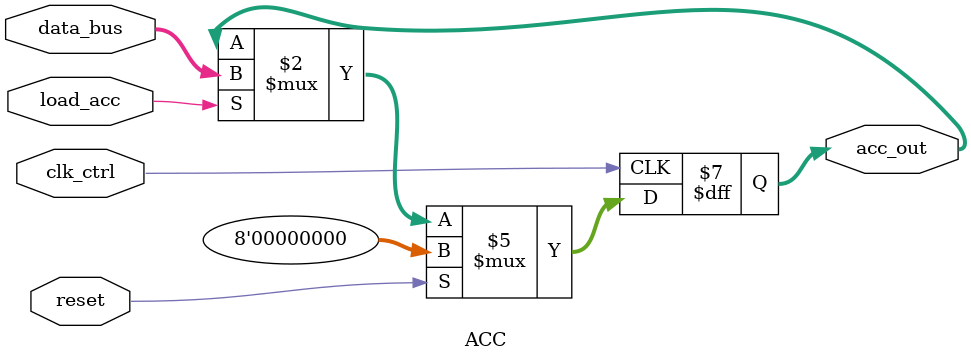
<source format=v>
/* File: ACC.v */
`timescale 1ns / 100ps

module ACC (
	output reg [7:0] acc_out,
	input clk_ctrl,
	input reset,
	input load_acc,
	input [7:0] data_bus
	
);

//always @(posedge clk_ctrl or posedge reset)
always @(posedge clk_ctrl)	// ÖÐ¼äÊý¾Ý¼Ä´æÆ÷£¬ÔÝ´æÒª¼ÆËãµÄÊý¾Ý
	if (reset) acc_out <= 8'b0;
	else
		if (load_acc) acc_out <= data_bus;

endmodule

</source>
